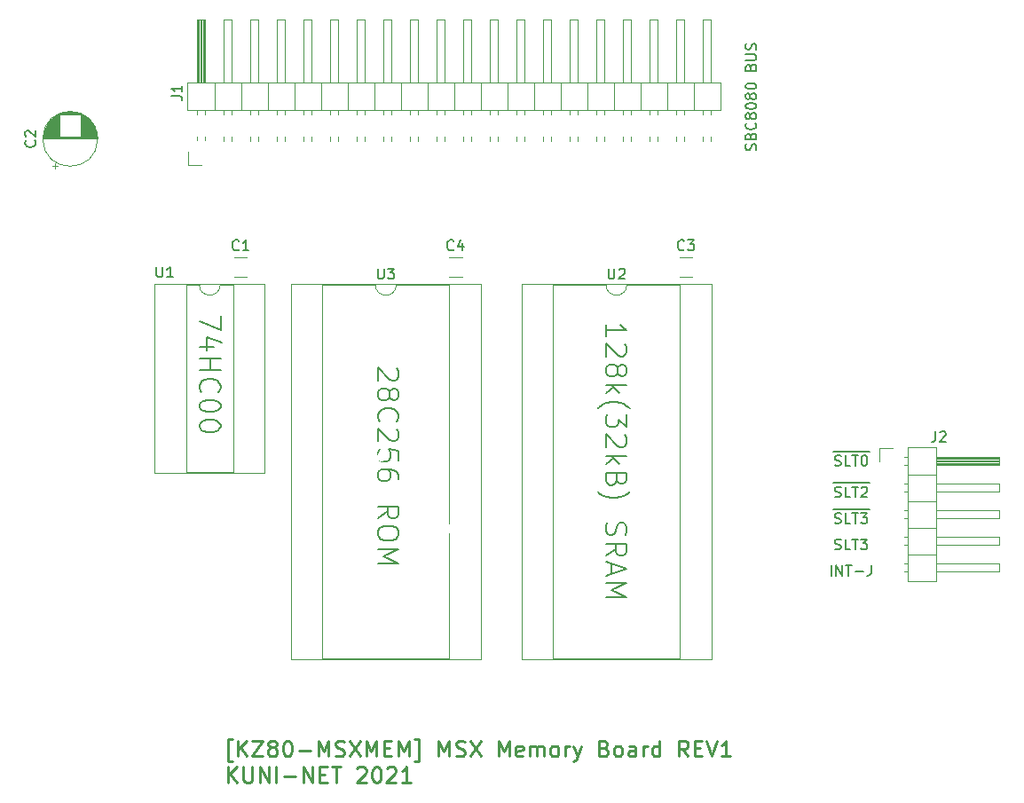
<source format=gto>
G04 #@! TF.GenerationSoftware,KiCad,Pcbnew,(5.1.10-1-10_14)*
G04 #@! TF.CreationDate,2021-12-05T14:44:45+09:00*
G04 #@! TF.ProjectId,KZ80-MSXMEM,4b5a3830-2d4d-4535-984d-454d2e6b6963,rev?*
G04 #@! TF.SameCoordinates,PX8f0d180PY7735940*
G04 #@! TF.FileFunction,Legend,Top*
G04 #@! TF.FilePolarity,Positive*
%FSLAX46Y46*%
G04 Gerber Fmt 4.6, Leading zero omitted, Abs format (unit mm)*
G04 Created by KiCad (PCBNEW (5.1.10-1-10_14)) date 2021-12-05 14:44:45*
%MOMM*%
%LPD*%
G01*
G04 APERTURE LIST*
%ADD10C,0.250000*%
%ADD11C,0.150000*%
%ADD12C,0.200000*%
%ADD13C,0.120000*%
%ADD14O,2.502000X1.702000*%
%ADD15C,3.302000*%
%ADD16O,1.802000X1.802000*%
%ADD17C,1.702000*%
%ADD18C,0.902000*%
G04 APERTURE END LIST*
D10*
X28948214Y4321429D02*
X28591071Y4321429D01*
X28591071Y6464286D01*
X28948214Y6464286D01*
X29519642Y4821429D02*
X29519642Y6321429D01*
X30376785Y4821429D02*
X29733928Y5678572D01*
X30376785Y6321429D02*
X29519642Y5464286D01*
X30876785Y6321429D02*
X31876785Y6321429D01*
X30876785Y4821429D01*
X31876785Y4821429D01*
X32662500Y5678572D02*
X32519642Y5750000D01*
X32448214Y5821429D01*
X32376785Y5964286D01*
X32376785Y6035715D01*
X32448214Y6178572D01*
X32519642Y6250000D01*
X32662500Y6321429D01*
X32948214Y6321429D01*
X33091071Y6250000D01*
X33162500Y6178572D01*
X33233928Y6035715D01*
X33233928Y5964286D01*
X33162500Y5821429D01*
X33091071Y5750000D01*
X32948214Y5678572D01*
X32662500Y5678572D01*
X32519642Y5607143D01*
X32448214Y5535715D01*
X32376785Y5392858D01*
X32376785Y5107143D01*
X32448214Y4964286D01*
X32519642Y4892858D01*
X32662500Y4821429D01*
X32948214Y4821429D01*
X33091071Y4892858D01*
X33162500Y4964286D01*
X33233928Y5107143D01*
X33233928Y5392858D01*
X33162500Y5535715D01*
X33091071Y5607143D01*
X32948214Y5678572D01*
X34162500Y6321429D02*
X34305357Y6321429D01*
X34448214Y6250000D01*
X34519642Y6178572D01*
X34591071Y6035715D01*
X34662500Y5750000D01*
X34662500Y5392858D01*
X34591071Y5107143D01*
X34519642Y4964286D01*
X34448214Y4892858D01*
X34305357Y4821429D01*
X34162500Y4821429D01*
X34019642Y4892858D01*
X33948214Y4964286D01*
X33876785Y5107143D01*
X33805357Y5392858D01*
X33805357Y5750000D01*
X33876785Y6035715D01*
X33948214Y6178572D01*
X34019642Y6250000D01*
X34162500Y6321429D01*
X35305357Y5392858D02*
X36448214Y5392858D01*
X37162500Y4821429D02*
X37162500Y6321429D01*
X37662500Y5250000D01*
X38162500Y6321429D01*
X38162500Y4821429D01*
X38805357Y4892858D02*
X39019642Y4821429D01*
X39376785Y4821429D01*
X39519642Y4892858D01*
X39591071Y4964286D01*
X39662500Y5107143D01*
X39662500Y5250000D01*
X39591071Y5392858D01*
X39519642Y5464286D01*
X39376785Y5535715D01*
X39091071Y5607143D01*
X38948214Y5678572D01*
X38876785Y5750000D01*
X38805357Y5892858D01*
X38805357Y6035715D01*
X38876785Y6178572D01*
X38948214Y6250000D01*
X39091071Y6321429D01*
X39448214Y6321429D01*
X39662500Y6250000D01*
X40162500Y6321429D02*
X41162500Y4821429D01*
X41162500Y6321429D02*
X40162500Y4821429D01*
X41733928Y4821429D02*
X41733928Y6321429D01*
X42233928Y5250000D01*
X42733928Y6321429D01*
X42733928Y4821429D01*
X43448214Y5607143D02*
X43948214Y5607143D01*
X44162500Y4821429D02*
X43448214Y4821429D01*
X43448214Y6321429D01*
X44162500Y6321429D01*
X44805357Y4821429D02*
X44805357Y6321429D01*
X45305357Y5250000D01*
X45805357Y6321429D01*
X45805357Y4821429D01*
X46376785Y4321429D02*
X46733928Y4321429D01*
X46733928Y6464286D01*
X46376785Y6464286D01*
X48662500Y4821429D02*
X48662500Y6321429D01*
X49162500Y5250000D01*
X49662500Y6321429D01*
X49662500Y4821429D01*
X50305357Y4892858D02*
X50519642Y4821429D01*
X50876785Y4821429D01*
X51019642Y4892858D01*
X51091071Y4964286D01*
X51162500Y5107143D01*
X51162500Y5250000D01*
X51091071Y5392858D01*
X51019642Y5464286D01*
X50876785Y5535715D01*
X50591071Y5607143D01*
X50448214Y5678572D01*
X50376785Y5750000D01*
X50305357Y5892858D01*
X50305357Y6035715D01*
X50376785Y6178572D01*
X50448214Y6250000D01*
X50591071Y6321429D01*
X50948214Y6321429D01*
X51162500Y6250000D01*
X51662500Y6321429D02*
X52662500Y4821429D01*
X52662500Y6321429D02*
X51662500Y4821429D01*
X54376785Y4821429D02*
X54376785Y6321429D01*
X54876785Y5250000D01*
X55376785Y6321429D01*
X55376785Y4821429D01*
X56662500Y4892858D02*
X56519642Y4821429D01*
X56233928Y4821429D01*
X56091071Y4892858D01*
X56019642Y5035715D01*
X56019642Y5607143D01*
X56091071Y5750000D01*
X56233928Y5821429D01*
X56519642Y5821429D01*
X56662500Y5750000D01*
X56733928Y5607143D01*
X56733928Y5464286D01*
X56019642Y5321429D01*
X57376785Y4821429D02*
X57376785Y5821429D01*
X57376785Y5678572D02*
X57448214Y5750000D01*
X57591071Y5821429D01*
X57805357Y5821429D01*
X57948214Y5750000D01*
X58019642Y5607143D01*
X58019642Y4821429D01*
X58019642Y5607143D02*
X58091071Y5750000D01*
X58233928Y5821429D01*
X58448214Y5821429D01*
X58591071Y5750000D01*
X58662500Y5607143D01*
X58662500Y4821429D01*
X59591071Y4821429D02*
X59448214Y4892858D01*
X59376785Y4964286D01*
X59305357Y5107143D01*
X59305357Y5535715D01*
X59376785Y5678572D01*
X59448214Y5750000D01*
X59591071Y5821429D01*
X59805357Y5821429D01*
X59948214Y5750000D01*
X60019642Y5678572D01*
X60091071Y5535715D01*
X60091071Y5107143D01*
X60019642Y4964286D01*
X59948214Y4892858D01*
X59805357Y4821429D01*
X59591071Y4821429D01*
X60733928Y4821429D02*
X60733928Y5821429D01*
X60733928Y5535715D02*
X60805357Y5678572D01*
X60876785Y5750000D01*
X61019642Y5821429D01*
X61162500Y5821429D01*
X61519642Y5821429D02*
X61876785Y4821429D01*
X62233928Y5821429D02*
X61876785Y4821429D01*
X61733928Y4464286D01*
X61662500Y4392858D01*
X61519642Y4321429D01*
X64448214Y5607143D02*
X64662500Y5535715D01*
X64733928Y5464286D01*
X64805357Y5321429D01*
X64805357Y5107143D01*
X64733928Y4964286D01*
X64662500Y4892858D01*
X64519642Y4821429D01*
X63948214Y4821429D01*
X63948214Y6321429D01*
X64448214Y6321429D01*
X64591071Y6250000D01*
X64662500Y6178572D01*
X64733928Y6035715D01*
X64733928Y5892858D01*
X64662500Y5750000D01*
X64591071Y5678572D01*
X64448214Y5607143D01*
X63948214Y5607143D01*
X65662500Y4821429D02*
X65519642Y4892858D01*
X65448214Y4964286D01*
X65376785Y5107143D01*
X65376785Y5535715D01*
X65448214Y5678572D01*
X65519642Y5750000D01*
X65662500Y5821429D01*
X65876785Y5821429D01*
X66019642Y5750000D01*
X66091071Y5678572D01*
X66162500Y5535715D01*
X66162500Y5107143D01*
X66091071Y4964286D01*
X66019642Y4892858D01*
X65876785Y4821429D01*
X65662500Y4821429D01*
X67448214Y4821429D02*
X67448214Y5607143D01*
X67376785Y5750000D01*
X67233928Y5821429D01*
X66948214Y5821429D01*
X66805357Y5750000D01*
X67448214Y4892858D02*
X67305357Y4821429D01*
X66948214Y4821429D01*
X66805357Y4892858D01*
X66733928Y5035715D01*
X66733928Y5178572D01*
X66805357Y5321429D01*
X66948214Y5392858D01*
X67305357Y5392858D01*
X67448214Y5464286D01*
X68162500Y4821429D02*
X68162500Y5821429D01*
X68162500Y5535715D02*
X68233928Y5678572D01*
X68305357Y5750000D01*
X68448214Y5821429D01*
X68591071Y5821429D01*
X69733928Y4821429D02*
X69733928Y6321429D01*
X69733928Y4892858D02*
X69591071Y4821429D01*
X69305357Y4821429D01*
X69162500Y4892858D01*
X69091071Y4964286D01*
X69019642Y5107143D01*
X69019642Y5535715D01*
X69091071Y5678572D01*
X69162500Y5750000D01*
X69305357Y5821429D01*
X69591071Y5821429D01*
X69733928Y5750000D01*
X72448214Y4821429D02*
X71948214Y5535715D01*
X71591071Y4821429D02*
X71591071Y6321429D01*
X72162500Y6321429D01*
X72305357Y6250000D01*
X72376785Y6178572D01*
X72448214Y6035715D01*
X72448214Y5821429D01*
X72376785Y5678572D01*
X72305357Y5607143D01*
X72162500Y5535715D01*
X71591071Y5535715D01*
X73091071Y5607143D02*
X73591071Y5607143D01*
X73805357Y4821429D02*
X73091071Y4821429D01*
X73091071Y6321429D01*
X73805357Y6321429D01*
X74233928Y6321429D02*
X74733928Y4821429D01*
X75233928Y6321429D01*
X76519642Y4821429D02*
X75662500Y4821429D01*
X76091071Y4821429D02*
X76091071Y6321429D01*
X75948214Y6107143D01*
X75805357Y5964286D01*
X75662500Y5892858D01*
X28519642Y2321429D02*
X28519642Y3821429D01*
X29376785Y2321429D02*
X28733928Y3178572D01*
X29376785Y3821429D02*
X28519642Y2964286D01*
X30019642Y3821429D02*
X30019642Y2607143D01*
X30091071Y2464286D01*
X30162500Y2392858D01*
X30305357Y2321429D01*
X30591071Y2321429D01*
X30733928Y2392858D01*
X30805357Y2464286D01*
X30876785Y2607143D01*
X30876785Y3821429D01*
X31591071Y2321429D02*
X31591071Y3821429D01*
X32448214Y2321429D01*
X32448214Y3821429D01*
X33162500Y2321429D02*
X33162500Y3821429D01*
X33876785Y2892858D02*
X35019642Y2892858D01*
X35733928Y2321429D02*
X35733928Y3821429D01*
X36591071Y2321429D01*
X36591071Y3821429D01*
X37305357Y3107143D02*
X37805357Y3107143D01*
X38019642Y2321429D02*
X37305357Y2321429D01*
X37305357Y3821429D01*
X38019642Y3821429D01*
X38448214Y3821429D02*
X39305357Y3821429D01*
X38876785Y2321429D02*
X38876785Y3821429D01*
X40876785Y3678572D02*
X40948214Y3750000D01*
X41091071Y3821429D01*
X41448214Y3821429D01*
X41591071Y3750000D01*
X41662500Y3678572D01*
X41733928Y3535715D01*
X41733928Y3392858D01*
X41662500Y3178572D01*
X40805357Y2321429D01*
X41733928Y2321429D01*
X42662500Y3821429D02*
X42805357Y3821429D01*
X42948214Y3750000D01*
X43019642Y3678572D01*
X43091071Y3535715D01*
X43162500Y3250000D01*
X43162500Y2892858D01*
X43091071Y2607143D01*
X43019642Y2464286D01*
X42948214Y2392858D01*
X42805357Y2321429D01*
X42662500Y2321429D01*
X42519642Y2392858D01*
X42448214Y2464286D01*
X42376785Y2607143D01*
X42305357Y2892858D01*
X42305357Y3250000D01*
X42376785Y3535715D01*
X42448214Y3678572D01*
X42519642Y3750000D01*
X42662500Y3821429D01*
X43733928Y3678572D02*
X43805357Y3750000D01*
X43948214Y3821429D01*
X44305357Y3821429D01*
X44448214Y3750000D01*
X44519642Y3678572D01*
X44591071Y3535715D01*
X44591071Y3392858D01*
X44519642Y3178572D01*
X43662500Y2321429D01*
X44591071Y2321429D01*
X46019642Y2321429D02*
X45162500Y2321429D01*
X45591071Y2321429D02*
X45591071Y3821429D01*
X45448214Y3607143D01*
X45305357Y3464286D01*
X45162500Y3392858D01*
D11*
X78904761Y62678572D02*
X78952380Y62821429D01*
X78952380Y63059524D01*
X78904761Y63154762D01*
X78857142Y63202381D01*
X78761904Y63250000D01*
X78666666Y63250000D01*
X78571428Y63202381D01*
X78523809Y63154762D01*
X78476190Y63059524D01*
X78428571Y62869048D01*
X78380952Y62773810D01*
X78333333Y62726191D01*
X78238095Y62678572D01*
X78142857Y62678572D01*
X78047619Y62726191D01*
X78000000Y62773810D01*
X77952380Y62869048D01*
X77952380Y63107143D01*
X78000000Y63250000D01*
X78428571Y64011905D02*
X78476190Y64154762D01*
X78523809Y64202381D01*
X78619047Y64250000D01*
X78761904Y64250000D01*
X78857142Y64202381D01*
X78904761Y64154762D01*
X78952380Y64059524D01*
X78952380Y63678572D01*
X77952380Y63678572D01*
X77952380Y64011905D01*
X78000000Y64107143D01*
X78047619Y64154762D01*
X78142857Y64202381D01*
X78238095Y64202381D01*
X78333333Y64154762D01*
X78380952Y64107143D01*
X78428571Y64011905D01*
X78428571Y63678572D01*
X78857142Y65250000D02*
X78904761Y65202381D01*
X78952380Y65059524D01*
X78952380Y64964286D01*
X78904761Y64821429D01*
X78809523Y64726191D01*
X78714285Y64678572D01*
X78523809Y64630953D01*
X78380952Y64630953D01*
X78190476Y64678572D01*
X78095238Y64726191D01*
X78000000Y64821429D01*
X77952380Y64964286D01*
X77952380Y65059524D01*
X78000000Y65202381D01*
X78047619Y65250000D01*
X78380952Y65821429D02*
X78333333Y65726191D01*
X78285714Y65678572D01*
X78190476Y65630953D01*
X78142857Y65630953D01*
X78047619Y65678572D01*
X78000000Y65726191D01*
X77952380Y65821429D01*
X77952380Y66011905D01*
X78000000Y66107143D01*
X78047619Y66154762D01*
X78142857Y66202381D01*
X78190476Y66202381D01*
X78285714Y66154762D01*
X78333333Y66107143D01*
X78380952Y66011905D01*
X78380952Y65821429D01*
X78428571Y65726191D01*
X78476190Y65678572D01*
X78571428Y65630953D01*
X78761904Y65630953D01*
X78857142Y65678572D01*
X78904761Y65726191D01*
X78952380Y65821429D01*
X78952380Y66011905D01*
X78904761Y66107143D01*
X78857142Y66154762D01*
X78761904Y66202381D01*
X78571428Y66202381D01*
X78476190Y66154762D01*
X78428571Y66107143D01*
X78380952Y66011905D01*
X77952380Y66821429D02*
X77952380Y66916667D01*
X78000000Y67011905D01*
X78047619Y67059524D01*
X78142857Y67107143D01*
X78333333Y67154762D01*
X78571428Y67154762D01*
X78761904Y67107143D01*
X78857142Y67059524D01*
X78904761Y67011905D01*
X78952380Y66916667D01*
X78952380Y66821429D01*
X78904761Y66726191D01*
X78857142Y66678572D01*
X78761904Y66630953D01*
X78571428Y66583334D01*
X78333333Y66583334D01*
X78142857Y66630953D01*
X78047619Y66678572D01*
X78000000Y66726191D01*
X77952380Y66821429D01*
X78380952Y67726191D02*
X78333333Y67630953D01*
X78285714Y67583334D01*
X78190476Y67535715D01*
X78142857Y67535715D01*
X78047619Y67583334D01*
X78000000Y67630953D01*
X77952380Y67726191D01*
X77952380Y67916667D01*
X78000000Y68011905D01*
X78047619Y68059524D01*
X78142857Y68107143D01*
X78190476Y68107143D01*
X78285714Y68059524D01*
X78333333Y68011905D01*
X78380952Y67916667D01*
X78380952Y67726191D01*
X78428571Y67630953D01*
X78476190Y67583334D01*
X78571428Y67535715D01*
X78761904Y67535715D01*
X78857142Y67583334D01*
X78904761Y67630953D01*
X78952380Y67726191D01*
X78952380Y67916667D01*
X78904761Y68011905D01*
X78857142Y68059524D01*
X78761904Y68107143D01*
X78571428Y68107143D01*
X78476190Y68059524D01*
X78428571Y68011905D01*
X78380952Y67916667D01*
X77952380Y68726191D02*
X77952380Y68821429D01*
X78000000Y68916667D01*
X78047619Y68964286D01*
X78142857Y69011905D01*
X78333333Y69059524D01*
X78571428Y69059524D01*
X78761904Y69011905D01*
X78857142Y68964286D01*
X78904761Y68916667D01*
X78952380Y68821429D01*
X78952380Y68726191D01*
X78904761Y68630953D01*
X78857142Y68583334D01*
X78761904Y68535715D01*
X78571428Y68488096D01*
X78333333Y68488096D01*
X78142857Y68535715D01*
X78047619Y68583334D01*
X78000000Y68630953D01*
X77952380Y68726191D01*
X78428571Y70583334D02*
X78476190Y70726191D01*
X78523809Y70773810D01*
X78619047Y70821429D01*
X78761904Y70821429D01*
X78857142Y70773810D01*
X78904761Y70726191D01*
X78952380Y70630953D01*
X78952380Y70250000D01*
X77952380Y70250000D01*
X77952380Y70583334D01*
X78000000Y70678572D01*
X78047619Y70726191D01*
X78142857Y70773810D01*
X78238095Y70773810D01*
X78333333Y70726191D01*
X78380952Y70678572D01*
X78428571Y70583334D01*
X78428571Y70250000D01*
X77952380Y71250000D02*
X78761904Y71250000D01*
X78857142Y71297620D01*
X78904761Y71345239D01*
X78952380Y71440477D01*
X78952380Y71630953D01*
X78904761Y71726191D01*
X78857142Y71773810D01*
X78761904Y71821429D01*
X77952380Y71821429D01*
X78904761Y72250000D02*
X78952380Y72392858D01*
X78952380Y72630953D01*
X78904761Y72726191D01*
X78857142Y72773810D01*
X78761904Y72821429D01*
X78666666Y72821429D01*
X78571428Y72773810D01*
X78523809Y72726191D01*
X78476190Y72630953D01*
X78428571Y72440477D01*
X78380952Y72345239D01*
X78333333Y72297620D01*
X78238095Y72250000D01*
X78142857Y72250000D01*
X78047619Y72297620D01*
X78000000Y72345239D01*
X77952380Y72440477D01*
X77952380Y72678572D01*
X78000000Y72821429D01*
D12*
X64595238Y44904762D02*
X64595238Y46047620D01*
X64595238Y45476191D02*
X66595238Y45476191D01*
X66309523Y45666667D01*
X66119047Y45857143D01*
X66023809Y46047620D01*
X66404761Y44142858D02*
X66500000Y44047620D01*
X66595238Y43857143D01*
X66595238Y43380953D01*
X66500000Y43190477D01*
X66404761Y43095239D01*
X66214285Y43000000D01*
X66023809Y43000000D01*
X65738095Y43095239D01*
X64595238Y44238096D01*
X64595238Y43000000D01*
X65738095Y41857143D02*
X65833333Y42047620D01*
X65928571Y42142858D01*
X66119047Y42238096D01*
X66214285Y42238096D01*
X66404761Y42142858D01*
X66500000Y42047620D01*
X66595238Y41857143D01*
X66595238Y41476191D01*
X66500000Y41285715D01*
X66404761Y41190477D01*
X66214285Y41095239D01*
X66119047Y41095239D01*
X65928571Y41190477D01*
X65833333Y41285715D01*
X65738095Y41476191D01*
X65738095Y41857143D01*
X65642857Y42047620D01*
X65547619Y42142858D01*
X65357142Y42238096D01*
X64976190Y42238096D01*
X64785714Y42142858D01*
X64690476Y42047620D01*
X64595238Y41857143D01*
X64595238Y41476191D01*
X64690476Y41285715D01*
X64785714Y41190477D01*
X64976190Y41095239D01*
X65357142Y41095239D01*
X65547619Y41190477D01*
X65642857Y41285715D01*
X65738095Y41476191D01*
X64595238Y40238096D02*
X66595238Y40238096D01*
X65357142Y40047620D02*
X64595238Y39476191D01*
X65928571Y39476191D02*
X65166666Y40238096D01*
X63833333Y38047620D02*
X63928571Y38142858D01*
X64214285Y38333334D01*
X64404761Y38428572D01*
X64690476Y38523810D01*
X65166666Y38619048D01*
X65547619Y38619048D01*
X66023809Y38523810D01*
X66309523Y38428572D01*
X66500000Y38333334D01*
X66785714Y38142858D01*
X66880952Y38047620D01*
X66595238Y37476191D02*
X66595238Y36238096D01*
X65833333Y36904762D01*
X65833333Y36619048D01*
X65738095Y36428572D01*
X65642857Y36333334D01*
X65452380Y36238096D01*
X64976190Y36238096D01*
X64785714Y36333334D01*
X64690476Y36428572D01*
X64595238Y36619048D01*
X64595238Y37190477D01*
X64690476Y37380953D01*
X64785714Y37476191D01*
X66404761Y35476191D02*
X66500000Y35380953D01*
X66595238Y35190477D01*
X66595238Y34714286D01*
X66500000Y34523810D01*
X66404761Y34428572D01*
X66214285Y34333334D01*
X66023809Y34333334D01*
X65738095Y34428572D01*
X64595238Y35571429D01*
X64595238Y34333334D01*
X64595238Y33476191D02*
X66595238Y33476191D01*
X65357142Y33285715D02*
X64595238Y32714286D01*
X65928571Y32714286D02*
X65166666Y33476191D01*
X65642857Y31190477D02*
X65547619Y30904762D01*
X65452380Y30809524D01*
X65261904Y30714286D01*
X64976190Y30714286D01*
X64785714Y30809524D01*
X64690476Y30904762D01*
X64595238Y31095239D01*
X64595238Y31857143D01*
X66595238Y31857143D01*
X66595238Y31190477D01*
X66500000Y31000000D01*
X66404761Y30904762D01*
X66214285Y30809524D01*
X66023809Y30809524D01*
X65833333Y30904762D01*
X65738095Y31000000D01*
X65642857Y31190477D01*
X65642857Y31857143D01*
X63833333Y30047620D02*
X63928571Y29952381D01*
X64214285Y29761905D01*
X64404761Y29666667D01*
X64690476Y29571429D01*
X65166666Y29476191D01*
X65547619Y29476191D01*
X66023809Y29571429D01*
X66309523Y29666667D01*
X66500000Y29761905D01*
X66785714Y29952381D01*
X66880952Y30047620D01*
X64690476Y27095239D02*
X64595238Y26809524D01*
X64595238Y26333334D01*
X64690476Y26142858D01*
X64785714Y26047620D01*
X64976190Y25952381D01*
X65166666Y25952381D01*
X65357142Y26047620D01*
X65452380Y26142858D01*
X65547619Y26333334D01*
X65642857Y26714286D01*
X65738095Y26904762D01*
X65833333Y27000000D01*
X66023809Y27095239D01*
X66214285Y27095239D01*
X66404761Y27000000D01*
X66500000Y26904762D01*
X66595238Y26714286D01*
X66595238Y26238096D01*
X66500000Y25952381D01*
X64595238Y23952381D02*
X65547619Y24619048D01*
X64595238Y25095239D02*
X66595238Y25095239D01*
X66595238Y24333334D01*
X66500000Y24142858D01*
X66404761Y24047620D01*
X66214285Y23952381D01*
X65928571Y23952381D01*
X65738095Y24047620D01*
X65642857Y24142858D01*
X65547619Y24333334D01*
X65547619Y25095239D01*
X65166666Y23190477D02*
X65166666Y22238096D01*
X64595238Y23380953D02*
X66595238Y22714286D01*
X64595238Y22047620D01*
X64595238Y21380953D02*
X66595238Y21380953D01*
X65166666Y20714286D01*
X66595238Y20047620D01*
X64595238Y20047620D01*
X44654761Y41833334D02*
X44750000Y41738096D01*
X44845238Y41547620D01*
X44845238Y41071429D01*
X44750000Y40880953D01*
X44654761Y40785715D01*
X44464285Y40690477D01*
X44273809Y40690477D01*
X43988095Y40785715D01*
X42845238Y41928572D01*
X42845238Y40690477D01*
X43988095Y39547620D02*
X44083333Y39738096D01*
X44178571Y39833334D01*
X44369047Y39928572D01*
X44464285Y39928572D01*
X44654761Y39833334D01*
X44750000Y39738096D01*
X44845238Y39547620D01*
X44845238Y39166667D01*
X44750000Y38976191D01*
X44654761Y38880953D01*
X44464285Y38785715D01*
X44369047Y38785715D01*
X44178571Y38880953D01*
X44083333Y38976191D01*
X43988095Y39166667D01*
X43988095Y39547620D01*
X43892857Y39738096D01*
X43797619Y39833334D01*
X43607142Y39928572D01*
X43226190Y39928572D01*
X43035714Y39833334D01*
X42940476Y39738096D01*
X42845238Y39547620D01*
X42845238Y39166667D01*
X42940476Y38976191D01*
X43035714Y38880953D01*
X43226190Y38785715D01*
X43607142Y38785715D01*
X43797619Y38880953D01*
X43892857Y38976191D01*
X43988095Y39166667D01*
X43035714Y36785715D02*
X42940476Y36880953D01*
X42845238Y37166667D01*
X42845238Y37357143D01*
X42940476Y37642858D01*
X43130952Y37833334D01*
X43321428Y37928572D01*
X43702380Y38023810D01*
X43988095Y38023810D01*
X44369047Y37928572D01*
X44559523Y37833334D01*
X44750000Y37642858D01*
X44845238Y37357143D01*
X44845238Y37166667D01*
X44750000Y36880953D01*
X44654761Y36785715D01*
X44654761Y36023810D02*
X44750000Y35928572D01*
X44845238Y35738096D01*
X44845238Y35261905D01*
X44750000Y35071429D01*
X44654761Y34976191D01*
X44464285Y34880953D01*
X44273809Y34880953D01*
X43988095Y34976191D01*
X42845238Y36119048D01*
X42845238Y34880953D01*
X44845238Y33071429D02*
X44845238Y34023810D01*
X43892857Y34119048D01*
X43988095Y34023810D01*
X44083333Y33833334D01*
X44083333Y33357143D01*
X43988095Y33166667D01*
X43892857Y33071429D01*
X43702380Y32976191D01*
X43226190Y32976191D01*
X43035714Y33071429D01*
X42940476Y33166667D01*
X42845238Y33357143D01*
X42845238Y33833334D01*
X42940476Y34023810D01*
X43035714Y34119048D01*
X44845238Y31261905D02*
X44845238Y31642858D01*
X44750000Y31833334D01*
X44654761Y31928572D01*
X44369047Y32119048D01*
X43988095Y32214286D01*
X43226190Y32214286D01*
X43035714Y32119048D01*
X42940476Y32023810D01*
X42845238Y31833334D01*
X42845238Y31452381D01*
X42940476Y31261905D01*
X43035714Y31166667D01*
X43226190Y31071429D01*
X43702380Y31071429D01*
X43892857Y31166667D01*
X43988095Y31261905D01*
X44083333Y31452381D01*
X44083333Y31833334D01*
X43988095Y32023810D01*
X43892857Y32119048D01*
X43702380Y32214286D01*
X42845238Y27547620D02*
X43797619Y28214286D01*
X42845238Y28690477D02*
X44845238Y28690477D01*
X44845238Y27928572D01*
X44750000Y27738096D01*
X44654761Y27642858D01*
X44464285Y27547620D01*
X44178571Y27547620D01*
X43988095Y27642858D01*
X43892857Y27738096D01*
X43797619Y27928572D01*
X43797619Y28690477D01*
X44845238Y26309524D02*
X44845238Y25928572D01*
X44750000Y25738096D01*
X44559523Y25547620D01*
X44178571Y25452381D01*
X43511904Y25452381D01*
X43130952Y25547620D01*
X42940476Y25738096D01*
X42845238Y25928572D01*
X42845238Y26309524D01*
X42940476Y26500000D01*
X43130952Y26690477D01*
X43511904Y26785715D01*
X44178571Y26785715D01*
X44559523Y26690477D01*
X44750000Y26500000D01*
X44845238Y26309524D01*
X42845238Y24595239D02*
X44845238Y24595239D01*
X43416666Y23928572D01*
X44845238Y23261905D01*
X42845238Y23261905D01*
X27845238Y46821429D02*
X27845238Y45488096D01*
X25845238Y46345239D01*
X27178571Y43869048D02*
X25845238Y43869048D01*
X27940476Y44345239D02*
X26511904Y44821429D01*
X26511904Y43583334D01*
X25845238Y42821429D02*
X27845238Y42821429D01*
X26892857Y42821429D02*
X26892857Y41678572D01*
X25845238Y41678572D02*
X27845238Y41678572D01*
X26035714Y39583334D02*
X25940476Y39678572D01*
X25845238Y39964286D01*
X25845238Y40154762D01*
X25940476Y40440477D01*
X26130952Y40630953D01*
X26321428Y40726191D01*
X26702380Y40821429D01*
X26988095Y40821429D01*
X27369047Y40726191D01*
X27559523Y40630953D01*
X27750000Y40440477D01*
X27845238Y40154762D01*
X27845238Y39964286D01*
X27750000Y39678572D01*
X27654761Y39583334D01*
X27845238Y38345239D02*
X27845238Y38154762D01*
X27750000Y37964286D01*
X27654761Y37869048D01*
X27464285Y37773810D01*
X27083333Y37678572D01*
X26607142Y37678572D01*
X26226190Y37773810D01*
X26035714Y37869048D01*
X25940476Y37964286D01*
X25845238Y38154762D01*
X25845238Y38345239D01*
X25940476Y38535715D01*
X26035714Y38630953D01*
X26226190Y38726191D01*
X26607142Y38821429D01*
X27083333Y38821429D01*
X27464285Y38726191D01*
X27654761Y38630953D01*
X27750000Y38535715D01*
X27845238Y38345239D01*
X27845238Y36440477D02*
X27845238Y36250000D01*
X27750000Y36059524D01*
X27654761Y35964286D01*
X27464285Y35869048D01*
X27083333Y35773810D01*
X26607142Y35773810D01*
X26226190Y35869048D01*
X26035714Y35964286D01*
X25940476Y36059524D01*
X25845238Y36250000D01*
X25845238Y36440477D01*
X25940476Y36630953D01*
X26035714Y36726191D01*
X26226190Y36821429D01*
X26607142Y36916667D01*
X27083333Y36916667D01*
X27464285Y36821429D01*
X27654761Y36726191D01*
X27750000Y36630953D01*
X27845238Y36440477D01*
D11*
X86095238Y22047620D02*
X86095238Y23047620D01*
X86571428Y22047620D02*
X86571428Y23047620D01*
X87142857Y22047620D01*
X87142857Y23047620D01*
X87476190Y23047620D02*
X88047619Y23047620D01*
X87761904Y22047620D02*
X87761904Y23047620D01*
X88380952Y22428572D02*
X89142857Y22428572D01*
X89904761Y23047620D02*
X89904761Y22333334D01*
X89857142Y22190477D01*
X89761904Y22095239D01*
X89619047Y22047620D01*
X89523809Y22047620D01*
X86452380Y24595239D02*
X86595238Y24547620D01*
X86833333Y24547620D01*
X86928571Y24595239D01*
X86976190Y24642858D01*
X87023809Y24738096D01*
X87023809Y24833334D01*
X86976190Y24928572D01*
X86928571Y24976191D01*
X86833333Y25023810D01*
X86642857Y25071429D01*
X86547619Y25119048D01*
X86500000Y25166667D01*
X86452380Y25261905D01*
X86452380Y25357143D01*
X86500000Y25452381D01*
X86547619Y25500000D01*
X86642857Y25547620D01*
X86880952Y25547620D01*
X87023809Y25500000D01*
X87928571Y24547620D02*
X87452380Y24547620D01*
X87452380Y25547620D01*
X88119047Y25547620D02*
X88690476Y25547620D01*
X88404761Y24547620D02*
X88404761Y25547620D01*
X88928571Y25547620D02*
X89547619Y25547620D01*
X89214285Y25166667D01*
X89357142Y25166667D01*
X89452380Y25119048D01*
X89500000Y25071429D01*
X89547619Y24976191D01*
X89547619Y24738096D01*
X89500000Y24642858D01*
X89452380Y24595239D01*
X89357142Y24547620D01*
X89071428Y24547620D01*
X88976190Y24595239D01*
X88928571Y24642858D01*
X86261904Y28415000D02*
X87214285Y28415000D01*
X86452380Y27095239D02*
X86595238Y27047620D01*
X86833333Y27047620D01*
X86928571Y27095239D01*
X86976190Y27142858D01*
X87023809Y27238096D01*
X87023809Y27333334D01*
X86976190Y27428572D01*
X86928571Y27476191D01*
X86833333Y27523810D01*
X86642857Y27571429D01*
X86547619Y27619048D01*
X86500000Y27666667D01*
X86452380Y27761905D01*
X86452380Y27857143D01*
X86500000Y27952381D01*
X86547619Y28000000D01*
X86642857Y28047620D01*
X86880952Y28047620D01*
X87023809Y28000000D01*
X87214285Y28415000D02*
X88023809Y28415000D01*
X87928571Y27047620D02*
X87452380Y27047620D01*
X87452380Y28047620D01*
X88023809Y28415000D02*
X88785714Y28415000D01*
X88119047Y28047620D02*
X88690476Y28047620D01*
X88404761Y27047620D02*
X88404761Y28047620D01*
X88785714Y28415000D02*
X89738095Y28415000D01*
X88928571Y28047620D02*
X89547619Y28047620D01*
X89214285Y27666667D01*
X89357142Y27666667D01*
X89452380Y27619048D01*
X89500000Y27571429D01*
X89547619Y27476191D01*
X89547619Y27238096D01*
X89500000Y27142858D01*
X89452380Y27095239D01*
X89357142Y27047620D01*
X89071428Y27047620D01*
X88976190Y27095239D01*
X88928571Y27142858D01*
X86261904Y30915000D02*
X87214285Y30915000D01*
X86452380Y29595239D02*
X86595238Y29547620D01*
X86833333Y29547620D01*
X86928571Y29595239D01*
X86976190Y29642858D01*
X87023809Y29738096D01*
X87023809Y29833334D01*
X86976190Y29928572D01*
X86928571Y29976191D01*
X86833333Y30023810D01*
X86642857Y30071429D01*
X86547619Y30119048D01*
X86500000Y30166667D01*
X86452380Y30261905D01*
X86452380Y30357143D01*
X86500000Y30452381D01*
X86547619Y30500000D01*
X86642857Y30547620D01*
X86880952Y30547620D01*
X87023809Y30500000D01*
X87214285Y30915000D02*
X88023809Y30915000D01*
X87928571Y29547620D02*
X87452380Y29547620D01*
X87452380Y30547620D01*
X88023809Y30915000D02*
X88785714Y30915000D01*
X88119047Y30547620D02*
X88690476Y30547620D01*
X88404761Y29547620D02*
X88404761Y30547620D01*
X88785714Y30915000D02*
X89738095Y30915000D01*
X88976190Y30452381D02*
X89023809Y30500000D01*
X89119047Y30547620D01*
X89357142Y30547620D01*
X89452380Y30500000D01*
X89500000Y30452381D01*
X89547619Y30357143D01*
X89547619Y30261905D01*
X89500000Y30119048D01*
X88928571Y29547620D01*
X89547619Y29547620D01*
X86261904Y33915000D02*
X87214285Y33915000D01*
X86452380Y32595239D02*
X86595238Y32547620D01*
X86833333Y32547620D01*
X86928571Y32595239D01*
X86976190Y32642858D01*
X87023809Y32738096D01*
X87023809Y32833334D01*
X86976190Y32928572D01*
X86928571Y32976191D01*
X86833333Y33023810D01*
X86642857Y33071429D01*
X86547619Y33119048D01*
X86500000Y33166667D01*
X86452380Y33261905D01*
X86452380Y33357143D01*
X86500000Y33452381D01*
X86547619Y33500000D01*
X86642857Y33547620D01*
X86880952Y33547620D01*
X87023809Y33500000D01*
X87214285Y33915000D02*
X88023809Y33915000D01*
X87928571Y32547620D02*
X87452380Y32547620D01*
X87452380Y33547620D01*
X88023809Y33915000D02*
X88785714Y33915000D01*
X88119047Y33547620D02*
X88690476Y33547620D01*
X88404761Y32547620D02*
X88404761Y33547620D01*
X88785714Y33915000D02*
X89738095Y33915000D01*
X89214285Y33547620D02*
X89309523Y33547620D01*
X89404761Y33500000D01*
X89452380Y33452381D01*
X89500000Y33357143D01*
X89547619Y33166667D01*
X89547619Y32928572D01*
X89500000Y32738096D01*
X89452380Y32642858D01*
X89404761Y32595239D01*
X89309523Y32547620D01*
X89214285Y32547620D01*
X89119047Y32595239D01*
X89071428Y32642858D01*
X89023809Y32738096D01*
X88976190Y32928572D01*
X88976190Y33166667D01*
X89023809Y33357143D01*
X89071428Y33452381D01*
X89119047Y33500000D01*
X89214285Y33547620D01*
D13*
X42620000Y49830000D02*
X37560000Y49830000D01*
X37560000Y49830000D02*
X37560000Y14150000D01*
X37560000Y14150000D02*
X49680000Y14150000D01*
X49680000Y14150000D02*
X49680000Y49830000D01*
X49680000Y49830000D02*
X44620000Y49830000D01*
X34560000Y49890000D02*
X34560000Y14090000D01*
X34560000Y14090000D02*
X52680000Y14090000D01*
X52680000Y14090000D02*
X52680000Y49890000D01*
X52680000Y49890000D02*
X34560000Y49890000D01*
X44620000Y49830000D02*
G75*
G02*
X42620000Y49830000I-1000000J0D01*
G01*
X64620000Y49830000D02*
X59560000Y49830000D01*
X59560000Y49830000D02*
X59560000Y14150000D01*
X59560000Y14150000D02*
X71680000Y14150000D01*
X71680000Y14150000D02*
X71680000Y49830000D01*
X71680000Y49830000D02*
X66620000Y49830000D01*
X56560000Y49890000D02*
X56560000Y14090000D01*
X56560000Y14090000D02*
X74680000Y14090000D01*
X74680000Y14090000D02*
X74680000Y49890000D01*
X74680000Y49890000D02*
X56560000Y49890000D01*
X66620000Y49830000D02*
G75*
G02*
X64620000Y49830000I-1000000J0D01*
G01*
X25810000Y49830000D02*
X24560000Y49830000D01*
X24560000Y49830000D02*
X24560000Y31930000D01*
X24560000Y31930000D02*
X29060000Y31930000D01*
X29060000Y31930000D02*
X29060000Y49830000D01*
X29060000Y49830000D02*
X27810000Y49830000D01*
X21560000Y49890000D02*
X21560000Y31870000D01*
X21560000Y31870000D02*
X32060000Y31870000D01*
X32060000Y31870000D02*
X32060000Y49890000D01*
X32060000Y49890000D02*
X21560000Y49890000D01*
X27810000Y49830000D02*
G75*
G02*
X25810000Y49830000I-1000000J0D01*
G01*
X93440000Y34330000D02*
X93440000Y21510000D01*
X93440000Y21510000D02*
X96100000Y21510000D01*
X96100000Y21510000D02*
X96100000Y34330000D01*
X96100000Y34330000D02*
X93440000Y34330000D01*
X96100000Y33380000D02*
X102100000Y33380000D01*
X102100000Y33380000D02*
X102100000Y32620000D01*
X102100000Y32620000D02*
X96100000Y32620000D01*
X96100000Y33320000D02*
X102100000Y33320000D01*
X96100000Y33200000D02*
X102100000Y33200000D01*
X96100000Y33080000D02*
X102100000Y33080000D01*
X96100000Y32960000D02*
X102100000Y32960000D01*
X96100000Y32840000D02*
X102100000Y32840000D01*
X96100000Y32720000D02*
X102100000Y32720000D01*
X93110000Y33380000D02*
X93440000Y33380000D01*
X93110000Y32620000D02*
X93440000Y32620000D01*
X93440000Y31730000D02*
X96100000Y31730000D01*
X96100000Y30840000D02*
X102100000Y30840000D01*
X102100000Y30840000D02*
X102100000Y30080000D01*
X102100000Y30080000D02*
X96100000Y30080000D01*
X93042929Y30840000D02*
X93440000Y30840000D01*
X93042929Y30080000D02*
X93440000Y30080000D01*
X93440000Y29190000D02*
X96100000Y29190000D01*
X96100000Y28300000D02*
X102100000Y28300000D01*
X102100000Y28300000D02*
X102100000Y27540000D01*
X102100000Y27540000D02*
X96100000Y27540000D01*
X93042929Y28300000D02*
X93440000Y28300000D01*
X93042929Y27540000D02*
X93440000Y27540000D01*
X93440000Y26650000D02*
X96100000Y26650000D01*
X96100000Y25760000D02*
X102100000Y25760000D01*
X102100000Y25760000D02*
X102100000Y25000000D01*
X102100000Y25000000D02*
X96100000Y25000000D01*
X93042929Y25760000D02*
X93440000Y25760000D01*
X93042929Y25000000D02*
X93440000Y25000000D01*
X93440000Y24110000D02*
X96100000Y24110000D01*
X96100000Y23220000D02*
X102100000Y23220000D01*
X102100000Y23220000D02*
X102100000Y22460000D01*
X102100000Y22460000D02*
X96100000Y22460000D01*
X93042929Y23220000D02*
X93440000Y23220000D01*
X93042929Y22460000D02*
X93440000Y22460000D01*
X90730000Y33000000D02*
X90730000Y34270000D01*
X90730000Y34270000D02*
X92000000Y34270000D01*
X24670000Y66480000D02*
X75590000Y66480000D01*
X75590000Y66480000D02*
X75590000Y69140000D01*
X75590000Y69140000D02*
X24670000Y69140000D01*
X24670000Y69140000D02*
X24670000Y66480000D01*
X25620000Y69140000D02*
X25620000Y75140000D01*
X25620000Y75140000D02*
X26380000Y75140000D01*
X26380000Y75140000D02*
X26380000Y69140000D01*
X25680000Y69140000D02*
X25680000Y75140000D01*
X25800000Y69140000D02*
X25800000Y75140000D01*
X25920000Y69140000D02*
X25920000Y75140000D01*
X26040000Y69140000D02*
X26040000Y75140000D01*
X26160000Y69140000D02*
X26160000Y75140000D01*
X26280000Y69140000D02*
X26280000Y75140000D01*
X25620000Y66082929D02*
X25620000Y66480000D01*
X26380000Y66082929D02*
X26380000Y66480000D01*
X25620000Y63610000D02*
X25620000Y63997071D01*
X26380000Y63610000D02*
X26380000Y63997071D01*
X27270000Y66480000D02*
X27270000Y69140000D01*
X28160000Y69140000D02*
X28160000Y75140000D01*
X28160000Y75140000D02*
X28920000Y75140000D01*
X28920000Y75140000D02*
X28920000Y69140000D01*
X28160000Y66082929D02*
X28160000Y66480000D01*
X28920000Y66082929D02*
X28920000Y66480000D01*
X28160000Y63542929D02*
X28160000Y63997071D01*
X28920000Y63542929D02*
X28920000Y63997071D01*
X29810000Y66480000D02*
X29810000Y69140000D01*
X30700000Y69140000D02*
X30700000Y75140000D01*
X30700000Y75140000D02*
X31460000Y75140000D01*
X31460000Y75140000D02*
X31460000Y69140000D01*
X30700000Y66082929D02*
X30700000Y66480000D01*
X31460000Y66082929D02*
X31460000Y66480000D01*
X30700000Y63542929D02*
X30700000Y63997071D01*
X31460000Y63542929D02*
X31460000Y63997071D01*
X32350000Y66480000D02*
X32350000Y69140000D01*
X33240000Y69140000D02*
X33240000Y75140000D01*
X33240000Y75140000D02*
X34000000Y75140000D01*
X34000000Y75140000D02*
X34000000Y69140000D01*
X33240000Y66082929D02*
X33240000Y66480000D01*
X34000000Y66082929D02*
X34000000Y66480000D01*
X33240000Y63542929D02*
X33240000Y63997071D01*
X34000000Y63542929D02*
X34000000Y63997071D01*
X34890000Y66480000D02*
X34890000Y69140000D01*
X35780000Y69140000D02*
X35780000Y75140000D01*
X35780000Y75140000D02*
X36540000Y75140000D01*
X36540000Y75140000D02*
X36540000Y69140000D01*
X35780000Y66082929D02*
X35780000Y66480000D01*
X36540000Y66082929D02*
X36540000Y66480000D01*
X35780000Y63542929D02*
X35780000Y63997071D01*
X36540000Y63542929D02*
X36540000Y63997071D01*
X37430000Y66480000D02*
X37430000Y69140000D01*
X38320000Y69140000D02*
X38320000Y75140000D01*
X38320000Y75140000D02*
X39080000Y75140000D01*
X39080000Y75140000D02*
X39080000Y69140000D01*
X38320000Y66082929D02*
X38320000Y66480000D01*
X39080000Y66082929D02*
X39080000Y66480000D01*
X38320000Y63542929D02*
X38320000Y63997071D01*
X39080000Y63542929D02*
X39080000Y63997071D01*
X39970000Y66480000D02*
X39970000Y69140000D01*
X40860000Y69140000D02*
X40860000Y75140000D01*
X40860000Y75140000D02*
X41620000Y75140000D01*
X41620000Y75140000D02*
X41620000Y69140000D01*
X40860000Y66082929D02*
X40860000Y66480000D01*
X41620000Y66082929D02*
X41620000Y66480000D01*
X40860000Y63542929D02*
X40860000Y63997071D01*
X41620000Y63542929D02*
X41620000Y63997071D01*
X42510000Y66480000D02*
X42510000Y69140000D01*
X43400000Y69140000D02*
X43400000Y75140000D01*
X43400000Y75140000D02*
X44160000Y75140000D01*
X44160000Y75140000D02*
X44160000Y69140000D01*
X43400000Y66082929D02*
X43400000Y66480000D01*
X44160000Y66082929D02*
X44160000Y66480000D01*
X43400000Y63542929D02*
X43400000Y63997071D01*
X44160000Y63542929D02*
X44160000Y63997071D01*
X45050000Y66480000D02*
X45050000Y69140000D01*
X45940000Y69140000D02*
X45940000Y75140000D01*
X45940000Y75140000D02*
X46700000Y75140000D01*
X46700000Y75140000D02*
X46700000Y69140000D01*
X45940000Y66082929D02*
X45940000Y66480000D01*
X46700000Y66082929D02*
X46700000Y66480000D01*
X45940000Y63542929D02*
X45940000Y63997071D01*
X46700000Y63542929D02*
X46700000Y63997071D01*
X47590000Y66480000D02*
X47590000Y69140000D01*
X48480000Y69140000D02*
X48480000Y75140000D01*
X48480000Y75140000D02*
X49240000Y75140000D01*
X49240000Y75140000D02*
X49240000Y69140000D01*
X48480000Y66082929D02*
X48480000Y66480000D01*
X49240000Y66082929D02*
X49240000Y66480000D01*
X48480000Y63542929D02*
X48480000Y63997071D01*
X49240000Y63542929D02*
X49240000Y63997071D01*
X50130000Y66480000D02*
X50130000Y69140000D01*
X51020000Y69140000D02*
X51020000Y75140000D01*
X51020000Y75140000D02*
X51780000Y75140000D01*
X51780000Y75140000D02*
X51780000Y69140000D01*
X51020000Y66082929D02*
X51020000Y66480000D01*
X51780000Y66082929D02*
X51780000Y66480000D01*
X51020000Y63542929D02*
X51020000Y63997071D01*
X51780000Y63542929D02*
X51780000Y63997071D01*
X52670000Y66480000D02*
X52670000Y69140000D01*
X53560000Y69140000D02*
X53560000Y75140000D01*
X53560000Y75140000D02*
X54320000Y75140000D01*
X54320000Y75140000D02*
X54320000Y69140000D01*
X53560000Y66082929D02*
X53560000Y66480000D01*
X54320000Y66082929D02*
X54320000Y66480000D01*
X53560000Y63542929D02*
X53560000Y63997071D01*
X54320000Y63542929D02*
X54320000Y63997071D01*
X55210000Y66480000D02*
X55210000Y69140000D01*
X56100000Y69140000D02*
X56100000Y75140000D01*
X56100000Y75140000D02*
X56860000Y75140000D01*
X56860000Y75140000D02*
X56860000Y69140000D01*
X56100000Y66082929D02*
X56100000Y66480000D01*
X56860000Y66082929D02*
X56860000Y66480000D01*
X56100000Y63542929D02*
X56100000Y63997071D01*
X56860000Y63542929D02*
X56860000Y63997071D01*
X57750000Y66480000D02*
X57750000Y69140000D01*
X58640000Y69140000D02*
X58640000Y75140000D01*
X58640000Y75140000D02*
X59400000Y75140000D01*
X59400000Y75140000D02*
X59400000Y69140000D01*
X58640000Y66082929D02*
X58640000Y66480000D01*
X59400000Y66082929D02*
X59400000Y66480000D01*
X58640000Y63542929D02*
X58640000Y63997071D01*
X59400000Y63542929D02*
X59400000Y63997071D01*
X60290000Y66480000D02*
X60290000Y69140000D01*
X61180000Y69140000D02*
X61180000Y75140000D01*
X61180000Y75140000D02*
X61940000Y75140000D01*
X61940000Y75140000D02*
X61940000Y69140000D01*
X61180000Y66082929D02*
X61180000Y66480000D01*
X61940000Y66082929D02*
X61940000Y66480000D01*
X61180000Y63542929D02*
X61180000Y63997071D01*
X61940000Y63542929D02*
X61940000Y63997071D01*
X62830000Y66480000D02*
X62830000Y69140000D01*
X63720000Y69140000D02*
X63720000Y75140000D01*
X63720000Y75140000D02*
X64480000Y75140000D01*
X64480000Y75140000D02*
X64480000Y69140000D01*
X63720000Y66082929D02*
X63720000Y66480000D01*
X64480000Y66082929D02*
X64480000Y66480000D01*
X63720000Y63542929D02*
X63720000Y63997071D01*
X64480000Y63542929D02*
X64480000Y63997071D01*
X65370000Y66480000D02*
X65370000Y69140000D01*
X66260000Y69140000D02*
X66260000Y75140000D01*
X66260000Y75140000D02*
X67020000Y75140000D01*
X67020000Y75140000D02*
X67020000Y69140000D01*
X66260000Y66082929D02*
X66260000Y66480000D01*
X67020000Y66082929D02*
X67020000Y66480000D01*
X66260000Y63542929D02*
X66260000Y63997071D01*
X67020000Y63542929D02*
X67020000Y63997071D01*
X67910000Y66480000D02*
X67910000Y69140000D01*
X68800000Y69140000D02*
X68800000Y75140000D01*
X68800000Y75140000D02*
X69560000Y75140000D01*
X69560000Y75140000D02*
X69560000Y69140000D01*
X68800000Y66082929D02*
X68800000Y66480000D01*
X69560000Y66082929D02*
X69560000Y66480000D01*
X68800000Y63542929D02*
X68800000Y63997071D01*
X69560000Y63542929D02*
X69560000Y63997071D01*
X70450000Y66480000D02*
X70450000Y69140000D01*
X71340000Y69140000D02*
X71340000Y75140000D01*
X71340000Y75140000D02*
X72100000Y75140000D01*
X72100000Y75140000D02*
X72100000Y69140000D01*
X71340000Y66082929D02*
X71340000Y66480000D01*
X72100000Y66082929D02*
X72100000Y66480000D01*
X71340000Y63542929D02*
X71340000Y63997071D01*
X72100000Y63542929D02*
X72100000Y63997071D01*
X72990000Y66480000D02*
X72990000Y69140000D01*
X73880000Y69140000D02*
X73880000Y75140000D01*
X73880000Y75140000D02*
X74640000Y75140000D01*
X74640000Y75140000D02*
X74640000Y69140000D01*
X73880000Y66082929D02*
X73880000Y66480000D01*
X74640000Y66082929D02*
X74640000Y66480000D01*
X73880000Y63542929D02*
X73880000Y63997071D01*
X74640000Y63542929D02*
X74640000Y63997071D01*
X26000000Y61230000D02*
X24730000Y61230000D01*
X24730000Y61230000D02*
X24730000Y62500000D01*
X49621000Y52420000D02*
X50879000Y52420000D01*
X49621000Y50580000D02*
X50879000Y50580000D01*
X71621000Y52420000D02*
X72879000Y52420000D01*
X71621000Y50580000D02*
X72879000Y50580000D01*
X16120000Y63750000D02*
G75*
G03*
X16120000Y63750000I-2620000J0D01*
G01*
X10920000Y63750000D02*
X16080000Y63750000D01*
X10920000Y63790000D02*
X16080000Y63790000D01*
X10921000Y63830000D02*
X16079000Y63830000D01*
X10922000Y63870000D02*
X16078000Y63870000D01*
X10924000Y63910000D02*
X16076000Y63910000D01*
X10927000Y63950000D02*
X16073000Y63950000D01*
X10931000Y63990000D02*
X12460000Y63990000D01*
X14540000Y63990000D02*
X16069000Y63990000D01*
X10935000Y64030000D02*
X12460000Y64030000D01*
X14540000Y64030000D02*
X16065000Y64030000D01*
X10939000Y64070000D02*
X12460000Y64070000D01*
X14540000Y64070000D02*
X16061000Y64070000D01*
X10944000Y64110000D02*
X12460000Y64110000D01*
X14540000Y64110000D02*
X16056000Y64110000D01*
X10950000Y64150000D02*
X12460000Y64150000D01*
X14540000Y64150000D02*
X16050000Y64150000D01*
X10957000Y64190000D02*
X12460000Y64190000D01*
X14540000Y64190000D02*
X16043000Y64190000D01*
X10964000Y64230000D02*
X12460000Y64230000D01*
X14540000Y64230000D02*
X16036000Y64230000D01*
X10972000Y64270000D02*
X12460000Y64270000D01*
X14540000Y64270000D02*
X16028000Y64270000D01*
X10980000Y64310000D02*
X12460000Y64310000D01*
X14540000Y64310000D02*
X16020000Y64310000D01*
X10989000Y64350000D02*
X12460000Y64350000D01*
X14540000Y64350000D02*
X16011000Y64350000D01*
X10999000Y64390000D02*
X12460000Y64390000D01*
X14540000Y64390000D02*
X16001000Y64390000D01*
X11009000Y64430000D02*
X12460000Y64430000D01*
X14540000Y64430000D02*
X15991000Y64430000D01*
X11020000Y64471000D02*
X12460000Y64471000D01*
X14540000Y64471000D02*
X15980000Y64471000D01*
X11032000Y64511000D02*
X12460000Y64511000D01*
X14540000Y64511000D02*
X15968000Y64511000D01*
X11045000Y64551000D02*
X12460000Y64551000D01*
X14540000Y64551000D02*
X15955000Y64551000D01*
X11058000Y64591000D02*
X12460000Y64591000D01*
X14540000Y64591000D02*
X15942000Y64591000D01*
X11072000Y64631000D02*
X12460000Y64631000D01*
X14540000Y64631000D02*
X15928000Y64631000D01*
X11086000Y64671000D02*
X12460000Y64671000D01*
X14540000Y64671000D02*
X15914000Y64671000D01*
X11102000Y64711000D02*
X12460000Y64711000D01*
X14540000Y64711000D02*
X15898000Y64711000D01*
X11118000Y64751000D02*
X12460000Y64751000D01*
X14540000Y64751000D02*
X15882000Y64751000D01*
X11135000Y64791000D02*
X12460000Y64791000D01*
X14540000Y64791000D02*
X15865000Y64791000D01*
X11152000Y64831000D02*
X12460000Y64831000D01*
X14540000Y64831000D02*
X15848000Y64831000D01*
X11171000Y64871000D02*
X12460000Y64871000D01*
X14540000Y64871000D02*
X15829000Y64871000D01*
X11190000Y64911000D02*
X12460000Y64911000D01*
X14540000Y64911000D02*
X15810000Y64911000D01*
X11210000Y64951000D02*
X12460000Y64951000D01*
X14540000Y64951000D02*
X15790000Y64951000D01*
X11232000Y64991000D02*
X12460000Y64991000D01*
X14540000Y64991000D02*
X15768000Y64991000D01*
X11253000Y65031000D02*
X12460000Y65031000D01*
X14540000Y65031000D02*
X15747000Y65031000D01*
X11276000Y65071000D02*
X12460000Y65071000D01*
X14540000Y65071000D02*
X15724000Y65071000D01*
X11300000Y65111000D02*
X12460000Y65111000D01*
X14540000Y65111000D02*
X15700000Y65111000D01*
X11325000Y65151000D02*
X12460000Y65151000D01*
X14540000Y65151000D02*
X15675000Y65151000D01*
X11351000Y65191000D02*
X12460000Y65191000D01*
X14540000Y65191000D02*
X15649000Y65191000D01*
X11378000Y65231000D02*
X12460000Y65231000D01*
X14540000Y65231000D02*
X15622000Y65231000D01*
X11405000Y65271000D02*
X12460000Y65271000D01*
X14540000Y65271000D02*
X15595000Y65271000D01*
X11435000Y65311000D02*
X12460000Y65311000D01*
X14540000Y65311000D02*
X15565000Y65311000D01*
X11465000Y65351000D02*
X12460000Y65351000D01*
X14540000Y65351000D02*
X15535000Y65351000D01*
X11496000Y65391000D02*
X12460000Y65391000D01*
X14540000Y65391000D02*
X15504000Y65391000D01*
X11529000Y65431000D02*
X12460000Y65431000D01*
X14540000Y65431000D02*
X15471000Y65431000D01*
X11563000Y65471000D02*
X12460000Y65471000D01*
X14540000Y65471000D02*
X15437000Y65471000D01*
X11599000Y65511000D02*
X12460000Y65511000D01*
X14540000Y65511000D02*
X15401000Y65511000D01*
X11636000Y65551000D02*
X12460000Y65551000D01*
X14540000Y65551000D02*
X15364000Y65551000D01*
X11674000Y65591000D02*
X12460000Y65591000D01*
X14540000Y65591000D02*
X15326000Y65591000D01*
X11715000Y65631000D02*
X12460000Y65631000D01*
X14540000Y65631000D02*
X15285000Y65631000D01*
X11757000Y65671000D02*
X12460000Y65671000D01*
X14540000Y65671000D02*
X15243000Y65671000D01*
X11801000Y65711000D02*
X12460000Y65711000D01*
X14540000Y65711000D02*
X15199000Y65711000D01*
X11847000Y65751000D02*
X12460000Y65751000D01*
X14540000Y65751000D02*
X15153000Y65751000D01*
X11895000Y65791000D02*
X12460000Y65791000D01*
X14540000Y65791000D02*
X15105000Y65791000D01*
X11946000Y65831000D02*
X12460000Y65831000D01*
X14540000Y65831000D02*
X15054000Y65831000D01*
X12000000Y65871000D02*
X12460000Y65871000D01*
X14540000Y65871000D02*
X15000000Y65871000D01*
X12057000Y65911000D02*
X12460000Y65911000D01*
X14540000Y65911000D02*
X14943000Y65911000D01*
X12117000Y65951000D02*
X12460000Y65951000D01*
X14540000Y65951000D02*
X14883000Y65951000D01*
X12181000Y65991000D02*
X12460000Y65991000D01*
X14540000Y65991000D02*
X14819000Y65991000D01*
X12249000Y66031000D02*
X12460000Y66031000D01*
X14540000Y66031000D02*
X14751000Y66031000D01*
X12322000Y66071000D02*
X14678000Y66071000D01*
X12402000Y66111000D02*
X14598000Y66111000D01*
X12489000Y66151000D02*
X14511000Y66151000D01*
X12585000Y66191000D02*
X14415000Y66191000D01*
X12695000Y66231000D02*
X14305000Y66231000D01*
X12823000Y66271000D02*
X14177000Y66271000D01*
X12982000Y66311000D02*
X14018000Y66311000D01*
X13216000Y66351000D02*
X13784000Y66351000D01*
X12025000Y60945225D02*
X12025000Y61445225D01*
X11775000Y61195225D02*
X12275000Y61195225D01*
X29121000Y52420000D02*
X30379000Y52420000D01*
X29121000Y50580000D02*
X30379000Y50580000D01*
D11*
X42858095Y51377620D02*
X42858095Y50568096D01*
X42905714Y50472858D01*
X42953333Y50425239D01*
X43048571Y50377620D01*
X43239047Y50377620D01*
X43334285Y50425239D01*
X43381904Y50472858D01*
X43429523Y50568096D01*
X43429523Y51377620D01*
X43810476Y51377620D02*
X44429523Y51377620D01*
X44096190Y50996667D01*
X44239047Y50996667D01*
X44334285Y50949048D01*
X44381904Y50901429D01*
X44429523Y50806191D01*
X44429523Y50568096D01*
X44381904Y50472858D01*
X44334285Y50425239D01*
X44239047Y50377620D01*
X43953333Y50377620D01*
X43858095Y50425239D01*
X43810476Y50472858D01*
X64858095Y51377620D02*
X64858095Y50568096D01*
X64905714Y50472858D01*
X64953333Y50425239D01*
X65048571Y50377620D01*
X65239047Y50377620D01*
X65334285Y50425239D01*
X65381904Y50472858D01*
X65429523Y50568096D01*
X65429523Y51377620D01*
X65858095Y51282381D02*
X65905714Y51330000D01*
X66000952Y51377620D01*
X66239047Y51377620D01*
X66334285Y51330000D01*
X66381904Y51282381D01*
X66429523Y51187143D01*
X66429523Y51091905D01*
X66381904Y50949048D01*
X65810476Y50377620D01*
X66429523Y50377620D01*
X21738095Y51547620D02*
X21738095Y50738096D01*
X21785714Y50642858D01*
X21833333Y50595239D01*
X21928571Y50547620D01*
X22119047Y50547620D01*
X22214285Y50595239D01*
X22261904Y50642858D01*
X22309523Y50738096D01*
X22309523Y51547620D01*
X23309523Y50547620D02*
X22738095Y50547620D01*
X23023809Y50547620D02*
X23023809Y51547620D01*
X22928571Y51404762D01*
X22833333Y51309524D01*
X22738095Y51261905D01*
X96051666Y35817620D02*
X96051666Y35103334D01*
X96004047Y34960477D01*
X95908809Y34865239D01*
X95765952Y34817620D01*
X95670714Y34817620D01*
X96480238Y35722381D02*
X96527857Y35770000D01*
X96623095Y35817620D01*
X96861190Y35817620D01*
X96956428Y35770000D01*
X97004047Y35722381D01*
X97051666Y35627143D01*
X97051666Y35531905D01*
X97004047Y35389048D01*
X96432619Y34817620D01*
X97051666Y34817620D01*
X23182380Y67821667D02*
X23896666Y67821667D01*
X24039523Y67774048D01*
X24134761Y67678810D01*
X24182380Y67535953D01*
X24182380Y67440715D01*
X24182380Y68821667D02*
X24182380Y68250239D01*
X24182380Y68535953D02*
X23182380Y68535953D01*
X23325238Y68440715D01*
X23420476Y68345477D01*
X23468095Y68250239D01*
X50083333Y53192858D02*
X50035714Y53145239D01*
X49892857Y53097620D01*
X49797619Y53097620D01*
X49654761Y53145239D01*
X49559523Y53240477D01*
X49511904Y53335715D01*
X49464285Y53526191D01*
X49464285Y53669048D01*
X49511904Y53859524D01*
X49559523Y53954762D01*
X49654761Y54050000D01*
X49797619Y54097620D01*
X49892857Y54097620D01*
X50035714Y54050000D01*
X50083333Y54002381D01*
X50940476Y53764286D02*
X50940476Y53097620D01*
X50702380Y54145239D02*
X50464285Y53430953D01*
X51083333Y53430953D01*
X72083333Y53192858D02*
X72035714Y53145239D01*
X71892857Y53097620D01*
X71797619Y53097620D01*
X71654761Y53145239D01*
X71559523Y53240477D01*
X71511904Y53335715D01*
X71464285Y53526191D01*
X71464285Y53669048D01*
X71511904Y53859524D01*
X71559523Y53954762D01*
X71654761Y54050000D01*
X71797619Y54097620D01*
X71892857Y54097620D01*
X72035714Y54050000D01*
X72083333Y54002381D01*
X72416666Y54097620D02*
X73035714Y54097620D01*
X72702380Y53716667D01*
X72845238Y53716667D01*
X72940476Y53669048D01*
X72988095Y53621429D01*
X73035714Y53526191D01*
X73035714Y53288096D01*
X72988095Y53192858D01*
X72940476Y53145239D01*
X72845238Y53097620D01*
X72559523Y53097620D01*
X72464285Y53145239D01*
X72416666Y53192858D01*
X10107142Y63583334D02*
X10154761Y63535715D01*
X10202380Y63392858D01*
X10202380Y63297620D01*
X10154761Y63154762D01*
X10059523Y63059524D01*
X9964285Y63011905D01*
X9773809Y62964286D01*
X9630952Y62964286D01*
X9440476Y63011905D01*
X9345238Y63059524D01*
X9250000Y63154762D01*
X9202380Y63297620D01*
X9202380Y63392858D01*
X9250000Y63535715D01*
X9297619Y63583334D01*
X9297619Y63964286D02*
X9250000Y64011905D01*
X9202380Y64107143D01*
X9202380Y64345239D01*
X9250000Y64440477D01*
X9297619Y64488096D01*
X9392857Y64535715D01*
X9488095Y64535715D01*
X9630952Y64488096D01*
X10202380Y63916667D01*
X10202380Y64535715D01*
X29583333Y53192858D02*
X29535714Y53145239D01*
X29392857Y53097620D01*
X29297619Y53097620D01*
X29154761Y53145239D01*
X29059523Y53240477D01*
X29011904Y53335715D01*
X28964285Y53526191D01*
X28964285Y53669048D01*
X29011904Y53859524D01*
X29059523Y53954762D01*
X29154761Y54050000D01*
X29297619Y54097620D01*
X29392857Y54097620D01*
X29535714Y54050000D01*
X29583333Y54002381D01*
X30535714Y53097620D02*
X29964285Y53097620D01*
X30250000Y53097620D02*
X30250000Y54097620D01*
X30154761Y53954762D01*
X30059523Y53859524D01*
X29964285Y53811905D01*
%LPC*%
D14*
X51240000Y48500000D03*
X36000000Y15480000D03*
X51240000Y45960000D03*
X36000000Y18020000D03*
X51240000Y43420000D03*
X36000000Y20560000D03*
X51240000Y40880000D03*
X36000000Y23100000D03*
X51240000Y38340000D03*
X36000000Y25640000D03*
X51240000Y35800000D03*
X36000000Y28180000D03*
X51240000Y33260000D03*
X36000000Y30720000D03*
X51240000Y30720000D03*
X36000000Y33260000D03*
X51240000Y28180000D03*
X36000000Y35800000D03*
X51240000Y25640000D03*
X36000000Y38340000D03*
X51240000Y23100000D03*
X36000000Y40880000D03*
X51240000Y20560000D03*
X36000000Y43420000D03*
X51240000Y18020000D03*
X36000000Y45960000D03*
X51240000Y15480000D03*
G36*
G01*
X34749000Y47700000D02*
X34749000Y49300000D01*
G75*
G02*
X34800000Y49351000I51000J0D01*
G01*
X37200000Y49351000D01*
G75*
G02*
X37251000Y49300000I0J-51000D01*
G01*
X37251000Y47700000D01*
G75*
G02*
X37200000Y47649000I-51000J0D01*
G01*
X34800000Y47649000D01*
G75*
G02*
X34749000Y47700000I0J51000D01*
G01*
G37*
X73240000Y48500000D03*
X58000000Y15480000D03*
X73240000Y45960000D03*
X58000000Y18020000D03*
X73240000Y43420000D03*
X58000000Y20560000D03*
X73240000Y40880000D03*
X58000000Y23100000D03*
X73240000Y38340000D03*
X58000000Y25640000D03*
X73240000Y35800000D03*
X58000000Y28180000D03*
X73240000Y33260000D03*
X58000000Y30720000D03*
X73240000Y30720000D03*
X58000000Y33260000D03*
X73240000Y28180000D03*
X58000000Y35800000D03*
X73240000Y25640000D03*
X58000000Y38340000D03*
X73240000Y23100000D03*
X58000000Y40880000D03*
X73240000Y20560000D03*
X58000000Y43420000D03*
X73240000Y18020000D03*
X58000000Y45960000D03*
X73240000Y15480000D03*
G36*
G01*
X56749000Y47700000D02*
X56749000Y49300000D01*
G75*
G02*
X56800000Y49351000I51000J0D01*
G01*
X59200000Y49351000D01*
G75*
G02*
X59251000Y49300000I0J-51000D01*
G01*
X59251000Y47700000D01*
G75*
G02*
X59200000Y47649000I-51000J0D01*
G01*
X56800000Y47649000D01*
G75*
G02*
X56749000Y47700000I0J51000D01*
G01*
G37*
X30620000Y48500000D03*
X23000000Y33260000D03*
X30620000Y45960000D03*
X23000000Y35800000D03*
X30620000Y43420000D03*
X23000000Y38340000D03*
X30620000Y40880000D03*
X23000000Y40880000D03*
X30620000Y38340000D03*
X23000000Y43420000D03*
X30620000Y35800000D03*
X23000000Y45960000D03*
X30620000Y33260000D03*
G36*
G01*
X21749000Y47700000D02*
X21749000Y49300000D01*
G75*
G02*
X21800000Y49351000I51000J0D01*
G01*
X24200000Y49351000D01*
G75*
G02*
X24251000Y49300000I0J-51000D01*
G01*
X24251000Y47700000D01*
G75*
G02*
X24200000Y47649000I-51000J0D01*
G01*
X21800000Y47649000D01*
G75*
G02*
X21749000Y47700000I0J51000D01*
G01*
G37*
D15*
X94500000Y4500000D03*
X5500000Y4500000D03*
X94500000Y70500000D03*
X5500000Y70500000D03*
D16*
X92000000Y22840000D03*
X92000000Y25380000D03*
X92000000Y27920000D03*
X92000000Y30460000D03*
G36*
G01*
X91099000Y32150000D02*
X91099000Y33850000D01*
G75*
G02*
X91150000Y33901000I51000J0D01*
G01*
X92850000Y33901000D01*
G75*
G02*
X92901000Y33850000I0J-51000D01*
G01*
X92901000Y32150000D01*
G75*
G02*
X92850000Y32099000I-51000J0D01*
G01*
X91150000Y32099000D01*
G75*
G02*
X91099000Y32150000I0J51000D01*
G01*
G37*
X74260000Y65040000D03*
X74260000Y62500000D03*
X71720000Y65040000D03*
X71720000Y62500000D03*
X69180000Y65040000D03*
X69180000Y62500000D03*
X66640000Y65040000D03*
X66640000Y62500000D03*
X64100000Y65040000D03*
X64100000Y62500000D03*
X61560000Y65040000D03*
X61560000Y62500000D03*
X59020000Y65040000D03*
X59020000Y62500000D03*
X56480000Y65040000D03*
X56480000Y62500000D03*
X53940000Y65040000D03*
X53940000Y62500000D03*
X51400000Y65040000D03*
X51400000Y62500000D03*
X48860000Y65040000D03*
X48860000Y62500000D03*
X46320000Y65040000D03*
X46320000Y62500000D03*
X43780000Y65040000D03*
X43780000Y62500000D03*
X41240000Y65040000D03*
X41240000Y62500000D03*
X38700000Y65040000D03*
X38700000Y62500000D03*
X36160000Y65040000D03*
X36160000Y62500000D03*
X33620000Y65040000D03*
X33620000Y62500000D03*
X31080000Y65040000D03*
X31080000Y62500000D03*
X28540000Y65040000D03*
X28540000Y62500000D03*
X26000000Y65040000D03*
G36*
G01*
X26850000Y61599000D02*
X25150000Y61599000D01*
G75*
G02*
X25099000Y61650000I0J51000D01*
G01*
X25099000Y63350000D01*
G75*
G02*
X25150000Y63401000I51000J0D01*
G01*
X26850000Y63401000D01*
G75*
G02*
X26901000Y63350000I0J-51000D01*
G01*
X26901000Y61650000D01*
G75*
G02*
X26850000Y61599000I-51000J0D01*
G01*
G37*
D17*
X51500000Y51500000D03*
X49000000Y51500000D03*
X73500000Y51500000D03*
X71000000Y51500000D03*
X13500000Y65000000D03*
G36*
G01*
X14300000Y61649000D02*
X12700000Y61649000D01*
G75*
G02*
X12649000Y61700000I0J51000D01*
G01*
X12649000Y63300000D01*
G75*
G02*
X12700000Y63351000I51000J0D01*
G01*
X14300000Y63351000D01*
G75*
G02*
X14351000Y63300000I0J-51000D01*
G01*
X14351000Y61700000D01*
G75*
G02*
X14300000Y61649000I-51000J0D01*
G01*
G37*
X31000000Y51500000D03*
X28500000Y51500000D03*
D18*
X59360600Y54594100D03*
X59791400Y57633300D03*
X49744700Y26562100D03*
X43191000Y33376700D03*
M02*

</source>
